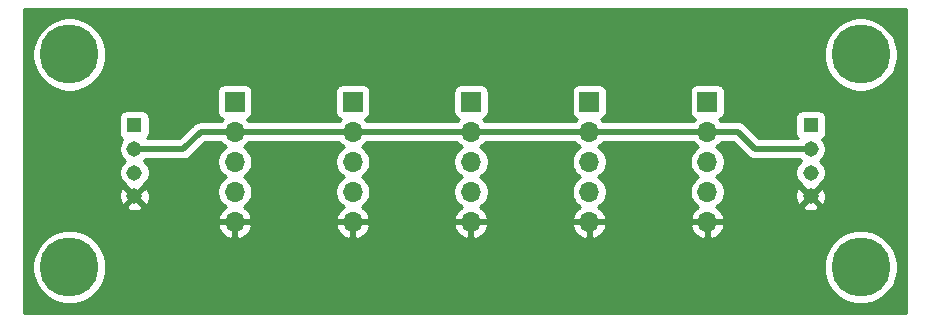
<source format=gbl>
G04 #@! TF.GenerationSoftware,KiCad,Pcbnew,(5.1.5)-3*
G04 #@! TF.CreationDate,2020-09-01T16:09:18+01:00*
G04 #@! TF.ProjectId,groveToPi,67726f76-6554-46f5-9069-2e6b69636164,1.1.0*
G04 #@! TF.SameCoordinates,Original*
G04 #@! TF.FileFunction,Copper,L2,Bot*
G04 #@! TF.FilePolarity,Positive*
%FSLAX46Y46*%
G04 Gerber Fmt 4.6, Leading zero omitted, Abs format (unit mm)*
G04 Created by KiCad (PCBNEW (5.1.5)-3) date 2020-09-01 16:09:18*
%MOMM*%
%LPD*%
G04 APERTURE LIST*
%ADD10R,1.308000X1.308000*%
%ADD11C,1.308000*%
%ADD12C,5.000000*%
%ADD13R,1.700000X1.700000*%
%ADD14O,1.700000X1.700000*%
%ADD15C,0.508000*%
%ADD16C,0.254000*%
G04 APERTURE END LIST*
D10*
X150750000Y-102000000D03*
D11*
X150750000Y-104000000D03*
X150750000Y-106000000D03*
X150750000Y-108000000D03*
X93500000Y-108000000D03*
X93500000Y-106000000D03*
X93500000Y-104000000D03*
D10*
X93500000Y-102000000D03*
D12*
X155000000Y-114000000D03*
X88000000Y-114000000D03*
X88000000Y-96000000D03*
X155000000Y-96000000D03*
D13*
X102000000Y-100000000D03*
D14*
X102000000Y-102540000D03*
X102000000Y-105080000D03*
X102000000Y-107620000D03*
X102000000Y-110160000D03*
X112000000Y-110160000D03*
X112000000Y-107620000D03*
X112000000Y-105080000D03*
X112000000Y-102540000D03*
D13*
X112000000Y-100000000D03*
X122000000Y-100000000D03*
D14*
X122000000Y-102540000D03*
X122000000Y-105080000D03*
X122000000Y-107620000D03*
X122000000Y-110160000D03*
X132000000Y-110160000D03*
X132000000Y-107620000D03*
X132000000Y-105080000D03*
X132000000Y-102540000D03*
D13*
X132000000Y-100000000D03*
X142000000Y-100000000D03*
D14*
X142000000Y-102540000D03*
X142000000Y-105080000D03*
X142000000Y-107620000D03*
X142000000Y-110160000D03*
D15*
X93500000Y-104000000D02*
X97650600Y-104000000D01*
X99110600Y-102540000D02*
X102000000Y-102540000D01*
X97650600Y-104000000D02*
X99110600Y-102540000D01*
X102000000Y-102540000D02*
X142000000Y-102540000D01*
X150750000Y-104000000D02*
X146052840Y-104000000D01*
X144592840Y-102540000D02*
X142000000Y-102540000D01*
X146052840Y-104000000D02*
X144592840Y-102540000D01*
D16*
G36*
X158873000Y-117873000D02*
G01*
X84127000Y-117873000D01*
X84127000Y-113691229D01*
X84865000Y-113691229D01*
X84865000Y-114308771D01*
X84985476Y-114914446D01*
X85221799Y-115484979D01*
X85564886Y-115998446D01*
X86001554Y-116435114D01*
X86515021Y-116778201D01*
X87085554Y-117014524D01*
X87691229Y-117135000D01*
X88308771Y-117135000D01*
X88914446Y-117014524D01*
X89484979Y-116778201D01*
X89998446Y-116435114D01*
X90435114Y-115998446D01*
X90778201Y-115484979D01*
X91014524Y-114914446D01*
X91135000Y-114308771D01*
X91135000Y-113691229D01*
X151865000Y-113691229D01*
X151865000Y-114308771D01*
X151985476Y-114914446D01*
X152221799Y-115484979D01*
X152564886Y-115998446D01*
X153001554Y-116435114D01*
X153515021Y-116778201D01*
X154085554Y-117014524D01*
X154691229Y-117135000D01*
X155308771Y-117135000D01*
X155914446Y-117014524D01*
X156484979Y-116778201D01*
X156998446Y-116435114D01*
X157435114Y-115998446D01*
X157778201Y-115484979D01*
X158014524Y-114914446D01*
X158135000Y-114308771D01*
X158135000Y-113691229D01*
X158014524Y-113085554D01*
X157778201Y-112515021D01*
X157435114Y-112001554D01*
X156998446Y-111564886D01*
X156484979Y-111221799D01*
X155914446Y-110985476D01*
X155308771Y-110865000D01*
X154691229Y-110865000D01*
X154085554Y-110985476D01*
X153515021Y-111221799D01*
X153001554Y-111564886D01*
X152564886Y-112001554D01*
X152221799Y-112515021D01*
X151985476Y-113085554D01*
X151865000Y-113691229D01*
X91135000Y-113691229D01*
X91014524Y-113085554D01*
X90778201Y-112515021D01*
X90435114Y-112001554D01*
X89998446Y-111564886D01*
X89484979Y-111221799D01*
X88914446Y-110985476D01*
X88308771Y-110865000D01*
X87691229Y-110865000D01*
X87085554Y-110985476D01*
X86515021Y-111221799D01*
X86001554Y-111564886D01*
X85564886Y-112001554D01*
X85221799Y-112515021D01*
X84985476Y-113085554D01*
X84865000Y-113691229D01*
X84127000Y-113691229D01*
X84127000Y-110516890D01*
X100558524Y-110516890D01*
X100603175Y-110664099D01*
X100728359Y-110926920D01*
X100902412Y-111160269D01*
X101118645Y-111355178D01*
X101368748Y-111504157D01*
X101643109Y-111601481D01*
X101873000Y-111480814D01*
X101873000Y-110287000D01*
X102127000Y-110287000D01*
X102127000Y-111480814D01*
X102356891Y-111601481D01*
X102631252Y-111504157D01*
X102881355Y-111355178D01*
X103097588Y-111160269D01*
X103271641Y-110926920D01*
X103396825Y-110664099D01*
X103441476Y-110516890D01*
X110558524Y-110516890D01*
X110603175Y-110664099D01*
X110728359Y-110926920D01*
X110902412Y-111160269D01*
X111118645Y-111355178D01*
X111368748Y-111504157D01*
X111643109Y-111601481D01*
X111873000Y-111480814D01*
X111873000Y-110287000D01*
X112127000Y-110287000D01*
X112127000Y-111480814D01*
X112356891Y-111601481D01*
X112631252Y-111504157D01*
X112881355Y-111355178D01*
X113097588Y-111160269D01*
X113271641Y-110926920D01*
X113396825Y-110664099D01*
X113441476Y-110516890D01*
X120558524Y-110516890D01*
X120603175Y-110664099D01*
X120728359Y-110926920D01*
X120902412Y-111160269D01*
X121118645Y-111355178D01*
X121368748Y-111504157D01*
X121643109Y-111601481D01*
X121873000Y-111480814D01*
X121873000Y-110287000D01*
X122127000Y-110287000D01*
X122127000Y-111480814D01*
X122356891Y-111601481D01*
X122631252Y-111504157D01*
X122881355Y-111355178D01*
X123097588Y-111160269D01*
X123271641Y-110926920D01*
X123396825Y-110664099D01*
X123441476Y-110516890D01*
X130558524Y-110516890D01*
X130603175Y-110664099D01*
X130728359Y-110926920D01*
X130902412Y-111160269D01*
X131118645Y-111355178D01*
X131368748Y-111504157D01*
X131643109Y-111601481D01*
X131873000Y-111480814D01*
X131873000Y-110287000D01*
X132127000Y-110287000D01*
X132127000Y-111480814D01*
X132356891Y-111601481D01*
X132631252Y-111504157D01*
X132881355Y-111355178D01*
X133097588Y-111160269D01*
X133271641Y-110926920D01*
X133396825Y-110664099D01*
X133441476Y-110516890D01*
X140558524Y-110516890D01*
X140603175Y-110664099D01*
X140728359Y-110926920D01*
X140902412Y-111160269D01*
X141118645Y-111355178D01*
X141368748Y-111504157D01*
X141643109Y-111601481D01*
X141873000Y-111480814D01*
X141873000Y-110287000D01*
X142127000Y-110287000D01*
X142127000Y-111480814D01*
X142356891Y-111601481D01*
X142631252Y-111504157D01*
X142881355Y-111355178D01*
X143097588Y-111160269D01*
X143271641Y-110926920D01*
X143396825Y-110664099D01*
X143441476Y-110516890D01*
X143320155Y-110287000D01*
X142127000Y-110287000D01*
X141873000Y-110287000D01*
X140679845Y-110287000D01*
X140558524Y-110516890D01*
X133441476Y-110516890D01*
X133320155Y-110287000D01*
X132127000Y-110287000D01*
X131873000Y-110287000D01*
X130679845Y-110287000D01*
X130558524Y-110516890D01*
X123441476Y-110516890D01*
X123320155Y-110287000D01*
X122127000Y-110287000D01*
X121873000Y-110287000D01*
X120679845Y-110287000D01*
X120558524Y-110516890D01*
X113441476Y-110516890D01*
X113320155Y-110287000D01*
X112127000Y-110287000D01*
X111873000Y-110287000D01*
X110679845Y-110287000D01*
X110558524Y-110516890D01*
X103441476Y-110516890D01*
X103320155Y-110287000D01*
X102127000Y-110287000D01*
X101873000Y-110287000D01*
X100679845Y-110287000D01*
X100558524Y-110516890D01*
X84127000Y-110516890D01*
X84127000Y-108888387D01*
X92791218Y-108888387D01*
X92845093Y-109117468D01*
X93075684Y-109223763D01*
X93322581Y-109283028D01*
X93576296Y-109292988D01*
X93827079Y-109253259D01*
X94065293Y-109165368D01*
X94154907Y-109117468D01*
X94208782Y-108888387D01*
X93500000Y-108179605D01*
X92791218Y-108888387D01*
X84127000Y-108888387D01*
X84127000Y-108076296D01*
X92207012Y-108076296D01*
X92246741Y-108327079D01*
X92334632Y-108565293D01*
X92382532Y-108654907D01*
X92611613Y-108708782D01*
X93320395Y-108000000D01*
X93679605Y-108000000D01*
X94388387Y-108708782D01*
X94617468Y-108654907D01*
X94723763Y-108424316D01*
X94783028Y-108177419D01*
X94792988Y-107923704D01*
X94753259Y-107672921D01*
X94665368Y-107434707D01*
X94617468Y-107345093D01*
X94388387Y-107291218D01*
X93679605Y-108000000D01*
X93320395Y-108000000D01*
X92611613Y-107291218D01*
X92382532Y-107345093D01*
X92276237Y-107575684D01*
X92216972Y-107822581D01*
X92207012Y-108076296D01*
X84127000Y-108076296D01*
X84127000Y-101346000D01*
X92207928Y-101346000D01*
X92207928Y-102654000D01*
X92220188Y-102778482D01*
X92256498Y-102898180D01*
X92315463Y-103008494D01*
X92394815Y-103105185D01*
X92491506Y-103184537D01*
X92493791Y-103185758D01*
X92357703Y-103389430D01*
X92260535Y-103624013D01*
X92211000Y-103873045D01*
X92211000Y-104126955D01*
X92260535Y-104375987D01*
X92357703Y-104610570D01*
X92498768Y-104821690D01*
X92677078Y-105000000D01*
X92498768Y-105178310D01*
X92357703Y-105389430D01*
X92260535Y-105624013D01*
X92211000Y-105873045D01*
X92211000Y-106126955D01*
X92260535Y-106375987D01*
X92357703Y-106610570D01*
X92498768Y-106821690D01*
X92678310Y-107001232D01*
X92798319Y-107081419D01*
X92791218Y-107111613D01*
X93500000Y-107820395D01*
X94208782Y-107111613D01*
X94201681Y-107081419D01*
X94321690Y-107001232D01*
X94501232Y-106821690D01*
X94642297Y-106610570D01*
X94739465Y-106375987D01*
X94789000Y-106126955D01*
X94789000Y-105873045D01*
X94739465Y-105624013D01*
X94642297Y-105389430D01*
X94501232Y-105178310D01*
X94322922Y-105000000D01*
X94433922Y-104889000D01*
X97606940Y-104889000D01*
X97650600Y-104893300D01*
X97694260Y-104889000D01*
X97694267Y-104889000D01*
X97824874Y-104876136D01*
X97992451Y-104825303D01*
X98146891Y-104742753D01*
X98282259Y-104631659D01*
X98310099Y-104597736D01*
X99478836Y-103429000D01*
X100808017Y-103429000D01*
X100846525Y-103486632D01*
X101053368Y-103693475D01*
X101227760Y-103810000D01*
X101053368Y-103926525D01*
X100846525Y-104133368D01*
X100684010Y-104376589D01*
X100572068Y-104646842D01*
X100515000Y-104933740D01*
X100515000Y-105226260D01*
X100572068Y-105513158D01*
X100684010Y-105783411D01*
X100846525Y-106026632D01*
X101053368Y-106233475D01*
X101227760Y-106350000D01*
X101053368Y-106466525D01*
X100846525Y-106673368D01*
X100684010Y-106916589D01*
X100572068Y-107186842D01*
X100515000Y-107473740D01*
X100515000Y-107766260D01*
X100572068Y-108053158D01*
X100684010Y-108323411D01*
X100846525Y-108566632D01*
X101053368Y-108773475D01*
X101235534Y-108895195D01*
X101118645Y-108964822D01*
X100902412Y-109159731D01*
X100728359Y-109393080D01*
X100603175Y-109655901D01*
X100558524Y-109803110D01*
X100679845Y-110033000D01*
X101873000Y-110033000D01*
X101873000Y-110013000D01*
X102127000Y-110013000D01*
X102127000Y-110033000D01*
X103320155Y-110033000D01*
X103441476Y-109803110D01*
X103396825Y-109655901D01*
X103271641Y-109393080D01*
X103097588Y-109159731D01*
X102881355Y-108964822D01*
X102764466Y-108895195D01*
X102946632Y-108773475D01*
X103153475Y-108566632D01*
X103315990Y-108323411D01*
X103427932Y-108053158D01*
X103485000Y-107766260D01*
X103485000Y-107473740D01*
X103427932Y-107186842D01*
X103315990Y-106916589D01*
X103153475Y-106673368D01*
X102946632Y-106466525D01*
X102772240Y-106350000D01*
X102946632Y-106233475D01*
X103153475Y-106026632D01*
X103315990Y-105783411D01*
X103427932Y-105513158D01*
X103485000Y-105226260D01*
X103485000Y-104933740D01*
X103427932Y-104646842D01*
X103315990Y-104376589D01*
X103153475Y-104133368D01*
X102946632Y-103926525D01*
X102772240Y-103810000D01*
X102946632Y-103693475D01*
X103153475Y-103486632D01*
X103191983Y-103429000D01*
X110808017Y-103429000D01*
X110846525Y-103486632D01*
X111053368Y-103693475D01*
X111227760Y-103810000D01*
X111053368Y-103926525D01*
X110846525Y-104133368D01*
X110684010Y-104376589D01*
X110572068Y-104646842D01*
X110515000Y-104933740D01*
X110515000Y-105226260D01*
X110572068Y-105513158D01*
X110684010Y-105783411D01*
X110846525Y-106026632D01*
X111053368Y-106233475D01*
X111227760Y-106350000D01*
X111053368Y-106466525D01*
X110846525Y-106673368D01*
X110684010Y-106916589D01*
X110572068Y-107186842D01*
X110515000Y-107473740D01*
X110515000Y-107766260D01*
X110572068Y-108053158D01*
X110684010Y-108323411D01*
X110846525Y-108566632D01*
X111053368Y-108773475D01*
X111235534Y-108895195D01*
X111118645Y-108964822D01*
X110902412Y-109159731D01*
X110728359Y-109393080D01*
X110603175Y-109655901D01*
X110558524Y-109803110D01*
X110679845Y-110033000D01*
X111873000Y-110033000D01*
X111873000Y-110013000D01*
X112127000Y-110013000D01*
X112127000Y-110033000D01*
X113320155Y-110033000D01*
X113441476Y-109803110D01*
X113396825Y-109655901D01*
X113271641Y-109393080D01*
X113097588Y-109159731D01*
X112881355Y-108964822D01*
X112764466Y-108895195D01*
X112946632Y-108773475D01*
X113153475Y-108566632D01*
X113315990Y-108323411D01*
X113427932Y-108053158D01*
X113485000Y-107766260D01*
X113485000Y-107473740D01*
X113427932Y-107186842D01*
X113315990Y-106916589D01*
X113153475Y-106673368D01*
X112946632Y-106466525D01*
X112772240Y-106350000D01*
X112946632Y-106233475D01*
X113153475Y-106026632D01*
X113315990Y-105783411D01*
X113427932Y-105513158D01*
X113485000Y-105226260D01*
X113485000Y-104933740D01*
X113427932Y-104646842D01*
X113315990Y-104376589D01*
X113153475Y-104133368D01*
X112946632Y-103926525D01*
X112772240Y-103810000D01*
X112946632Y-103693475D01*
X113153475Y-103486632D01*
X113191983Y-103429000D01*
X120808017Y-103429000D01*
X120846525Y-103486632D01*
X121053368Y-103693475D01*
X121227760Y-103810000D01*
X121053368Y-103926525D01*
X120846525Y-104133368D01*
X120684010Y-104376589D01*
X120572068Y-104646842D01*
X120515000Y-104933740D01*
X120515000Y-105226260D01*
X120572068Y-105513158D01*
X120684010Y-105783411D01*
X120846525Y-106026632D01*
X121053368Y-106233475D01*
X121227760Y-106350000D01*
X121053368Y-106466525D01*
X120846525Y-106673368D01*
X120684010Y-106916589D01*
X120572068Y-107186842D01*
X120515000Y-107473740D01*
X120515000Y-107766260D01*
X120572068Y-108053158D01*
X120684010Y-108323411D01*
X120846525Y-108566632D01*
X121053368Y-108773475D01*
X121235534Y-108895195D01*
X121118645Y-108964822D01*
X120902412Y-109159731D01*
X120728359Y-109393080D01*
X120603175Y-109655901D01*
X120558524Y-109803110D01*
X120679845Y-110033000D01*
X121873000Y-110033000D01*
X121873000Y-110013000D01*
X122127000Y-110013000D01*
X122127000Y-110033000D01*
X123320155Y-110033000D01*
X123441476Y-109803110D01*
X123396825Y-109655901D01*
X123271641Y-109393080D01*
X123097588Y-109159731D01*
X122881355Y-108964822D01*
X122764466Y-108895195D01*
X122946632Y-108773475D01*
X123153475Y-108566632D01*
X123315990Y-108323411D01*
X123427932Y-108053158D01*
X123485000Y-107766260D01*
X123485000Y-107473740D01*
X123427932Y-107186842D01*
X123315990Y-106916589D01*
X123153475Y-106673368D01*
X122946632Y-106466525D01*
X122772240Y-106350000D01*
X122946632Y-106233475D01*
X123153475Y-106026632D01*
X123315990Y-105783411D01*
X123427932Y-105513158D01*
X123485000Y-105226260D01*
X123485000Y-104933740D01*
X123427932Y-104646842D01*
X123315990Y-104376589D01*
X123153475Y-104133368D01*
X122946632Y-103926525D01*
X122772240Y-103810000D01*
X122946632Y-103693475D01*
X123153475Y-103486632D01*
X123191983Y-103429000D01*
X130808017Y-103429000D01*
X130846525Y-103486632D01*
X131053368Y-103693475D01*
X131227760Y-103810000D01*
X131053368Y-103926525D01*
X130846525Y-104133368D01*
X130684010Y-104376589D01*
X130572068Y-104646842D01*
X130515000Y-104933740D01*
X130515000Y-105226260D01*
X130572068Y-105513158D01*
X130684010Y-105783411D01*
X130846525Y-106026632D01*
X131053368Y-106233475D01*
X131227760Y-106350000D01*
X131053368Y-106466525D01*
X130846525Y-106673368D01*
X130684010Y-106916589D01*
X130572068Y-107186842D01*
X130515000Y-107473740D01*
X130515000Y-107766260D01*
X130572068Y-108053158D01*
X130684010Y-108323411D01*
X130846525Y-108566632D01*
X131053368Y-108773475D01*
X131235534Y-108895195D01*
X131118645Y-108964822D01*
X130902412Y-109159731D01*
X130728359Y-109393080D01*
X130603175Y-109655901D01*
X130558524Y-109803110D01*
X130679845Y-110033000D01*
X131873000Y-110033000D01*
X131873000Y-110013000D01*
X132127000Y-110013000D01*
X132127000Y-110033000D01*
X133320155Y-110033000D01*
X133441476Y-109803110D01*
X133396825Y-109655901D01*
X133271641Y-109393080D01*
X133097588Y-109159731D01*
X132881355Y-108964822D01*
X132764466Y-108895195D01*
X132946632Y-108773475D01*
X133153475Y-108566632D01*
X133315990Y-108323411D01*
X133427932Y-108053158D01*
X133485000Y-107766260D01*
X133485000Y-107473740D01*
X133427932Y-107186842D01*
X133315990Y-106916589D01*
X133153475Y-106673368D01*
X132946632Y-106466525D01*
X132772240Y-106350000D01*
X132946632Y-106233475D01*
X133153475Y-106026632D01*
X133315990Y-105783411D01*
X133427932Y-105513158D01*
X133485000Y-105226260D01*
X133485000Y-104933740D01*
X133427932Y-104646842D01*
X133315990Y-104376589D01*
X133153475Y-104133368D01*
X132946632Y-103926525D01*
X132772240Y-103810000D01*
X132946632Y-103693475D01*
X133153475Y-103486632D01*
X133191983Y-103429000D01*
X140808017Y-103429000D01*
X140846525Y-103486632D01*
X141053368Y-103693475D01*
X141227760Y-103810000D01*
X141053368Y-103926525D01*
X140846525Y-104133368D01*
X140684010Y-104376589D01*
X140572068Y-104646842D01*
X140515000Y-104933740D01*
X140515000Y-105226260D01*
X140572068Y-105513158D01*
X140684010Y-105783411D01*
X140846525Y-106026632D01*
X141053368Y-106233475D01*
X141227760Y-106350000D01*
X141053368Y-106466525D01*
X140846525Y-106673368D01*
X140684010Y-106916589D01*
X140572068Y-107186842D01*
X140515000Y-107473740D01*
X140515000Y-107766260D01*
X140572068Y-108053158D01*
X140684010Y-108323411D01*
X140846525Y-108566632D01*
X141053368Y-108773475D01*
X141235534Y-108895195D01*
X141118645Y-108964822D01*
X140902412Y-109159731D01*
X140728359Y-109393080D01*
X140603175Y-109655901D01*
X140558524Y-109803110D01*
X140679845Y-110033000D01*
X141873000Y-110033000D01*
X141873000Y-110013000D01*
X142127000Y-110013000D01*
X142127000Y-110033000D01*
X143320155Y-110033000D01*
X143441476Y-109803110D01*
X143396825Y-109655901D01*
X143271641Y-109393080D01*
X143097588Y-109159731D01*
X142881355Y-108964822D01*
X142764466Y-108895195D01*
X142774654Y-108888387D01*
X150041218Y-108888387D01*
X150095093Y-109117468D01*
X150325684Y-109223763D01*
X150572581Y-109283028D01*
X150826296Y-109292988D01*
X151077079Y-109253259D01*
X151315293Y-109165368D01*
X151404907Y-109117468D01*
X151458782Y-108888387D01*
X150750000Y-108179605D01*
X150041218Y-108888387D01*
X142774654Y-108888387D01*
X142946632Y-108773475D01*
X143153475Y-108566632D01*
X143315990Y-108323411D01*
X143418347Y-108076296D01*
X149457012Y-108076296D01*
X149496741Y-108327079D01*
X149584632Y-108565293D01*
X149632532Y-108654907D01*
X149861613Y-108708782D01*
X150570395Y-108000000D01*
X150929605Y-108000000D01*
X151638387Y-108708782D01*
X151867468Y-108654907D01*
X151973763Y-108424316D01*
X152033028Y-108177419D01*
X152042988Y-107923704D01*
X152003259Y-107672921D01*
X151915368Y-107434707D01*
X151867468Y-107345093D01*
X151638387Y-107291218D01*
X150929605Y-108000000D01*
X150570395Y-108000000D01*
X149861613Y-107291218D01*
X149632532Y-107345093D01*
X149526237Y-107575684D01*
X149466972Y-107822581D01*
X149457012Y-108076296D01*
X143418347Y-108076296D01*
X143427932Y-108053158D01*
X143485000Y-107766260D01*
X143485000Y-107473740D01*
X143427932Y-107186842D01*
X143315990Y-106916589D01*
X143153475Y-106673368D01*
X142946632Y-106466525D01*
X142772240Y-106350000D01*
X142946632Y-106233475D01*
X143153475Y-106026632D01*
X143315990Y-105783411D01*
X143427932Y-105513158D01*
X143485000Y-105226260D01*
X143485000Y-104933740D01*
X143427932Y-104646842D01*
X143315990Y-104376589D01*
X143153475Y-104133368D01*
X142946632Y-103926525D01*
X142772240Y-103810000D01*
X142946632Y-103693475D01*
X143153475Y-103486632D01*
X143191983Y-103429000D01*
X144224605Y-103429000D01*
X145393346Y-104597741D01*
X145421181Y-104631659D01*
X145556549Y-104742753D01*
X145589817Y-104760535D01*
X145704230Y-104821690D01*
X145710989Y-104825303D01*
X145805598Y-104854002D01*
X145878565Y-104876136D01*
X145895165Y-104877771D01*
X146009173Y-104889000D01*
X146009180Y-104889000D01*
X146052840Y-104893300D01*
X146096500Y-104889000D01*
X149816078Y-104889000D01*
X149927078Y-105000000D01*
X149748768Y-105178310D01*
X149607703Y-105389430D01*
X149510535Y-105624013D01*
X149461000Y-105873045D01*
X149461000Y-106126955D01*
X149510535Y-106375987D01*
X149607703Y-106610570D01*
X149748768Y-106821690D01*
X149928310Y-107001232D01*
X150048319Y-107081419D01*
X150041218Y-107111613D01*
X150750000Y-107820395D01*
X151458782Y-107111613D01*
X151451681Y-107081419D01*
X151571690Y-107001232D01*
X151751232Y-106821690D01*
X151892297Y-106610570D01*
X151989465Y-106375987D01*
X152039000Y-106126955D01*
X152039000Y-105873045D01*
X151989465Y-105624013D01*
X151892297Y-105389430D01*
X151751232Y-105178310D01*
X151572922Y-105000000D01*
X151751232Y-104821690D01*
X151892297Y-104610570D01*
X151989465Y-104375987D01*
X152039000Y-104126955D01*
X152039000Y-103873045D01*
X151989465Y-103624013D01*
X151892297Y-103389430D01*
X151756209Y-103185758D01*
X151758494Y-103184537D01*
X151855185Y-103105185D01*
X151934537Y-103008494D01*
X151993502Y-102898180D01*
X152029812Y-102778482D01*
X152042072Y-102654000D01*
X152042072Y-101346000D01*
X152029812Y-101221518D01*
X151993502Y-101101820D01*
X151934537Y-100991506D01*
X151855185Y-100894815D01*
X151758494Y-100815463D01*
X151648180Y-100756498D01*
X151528482Y-100720188D01*
X151404000Y-100707928D01*
X150096000Y-100707928D01*
X149971518Y-100720188D01*
X149851820Y-100756498D01*
X149741506Y-100815463D01*
X149644815Y-100894815D01*
X149565463Y-100991506D01*
X149506498Y-101101820D01*
X149470188Y-101221518D01*
X149457928Y-101346000D01*
X149457928Y-102654000D01*
X149470188Y-102778482D01*
X149506498Y-102898180D01*
X149565463Y-103008494D01*
X149644815Y-103105185D01*
X149651901Y-103111000D01*
X146421076Y-103111000D01*
X145252339Y-101942264D01*
X145224499Y-101908341D01*
X145089131Y-101797247D01*
X144934691Y-101714697D01*
X144767114Y-101663864D01*
X144636507Y-101651000D01*
X144636500Y-101651000D01*
X144592840Y-101646700D01*
X144549180Y-101651000D01*
X143191983Y-101651000D01*
X143153475Y-101593368D01*
X143021620Y-101461513D01*
X143094180Y-101439502D01*
X143204494Y-101380537D01*
X143301185Y-101301185D01*
X143380537Y-101204494D01*
X143439502Y-101094180D01*
X143475812Y-100974482D01*
X143488072Y-100850000D01*
X143488072Y-99150000D01*
X143475812Y-99025518D01*
X143439502Y-98905820D01*
X143380537Y-98795506D01*
X143301185Y-98698815D01*
X143204494Y-98619463D01*
X143094180Y-98560498D01*
X142974482Y-98524188D01*
X142850000Y-98511928D01*
X141150000Y-98511928D01*
X141025518Y-98524188D01*
X140905820Y-98560498D01*
X140795506Y-98619463D01*
X140698815Y-98698815D01*
X140619463Y-98795506D01*
X140560498Y-98905820D01*
X140524188Y-99025518D01*
X140511928Y-99150000D01*
X140511928Y-100850000D01*
X140524188Y-100974482D01*
X140560498Y-101094180D01*
X140619463Y-101204494D01*
X140698815Y-101301185D01*
X140795506Y-101380537D01*
X140905820Y-101439502D01*
X140978380Y-101461513D01*
X140846525Y-101593368D01*
X140808017Y-101651000D01*
X133191983Y-101651000D01*
X133153475Y-101593368D01*
X133021620Y-101461513D01*
X133094180Y-101439502D01*
X133204494Y-101380537D01*
X133301185Y-101301185D01*
X133380537Y-101204494D01*
X133439502Y-101094180D01*
X133475812Y-100974482D01*
X133488072Y-100850000D01*
X133488072Y-99150000D01*
X133475812Y-99025518D01*
X133439502Y-98905820D01*
X133380537Y-98795506D01*
X133301185Y-98698815D01*
X133204494Y-98619463D01*
X133094180Y-98560498D01*
X132974482Y-98524188D01*
X132850000Y-98511928D01*
X131150000Y-98511928D01*
X131025518Y-98524188D01*
X130905820Y-98560498D01*
X130795506Y-98619463D01*
X130698815Y-98698815D01*
X130619463Y-98795506D01*
X130560498Y-98905820D01*
X130524188Y-99025518D01*
X130511928Y-99150000D01*
X130511928Y-100850000D01*
X130524188Y-100974482D01*
X130560498Y-101094180D01*
X130619463Y-101204494D01*
X130698815Y-101301185D01*
X130795506Y-101380537D01*
X130905820Y-101439502D01*
X130978380Y-101461513D01*
X130846525Y-101593368D01*
X130808017Y-101651000D01*
X123191983Y-101651000D01*
X123153475Y-101593368D01*
X123021620Y-101461513D01*
X123094180Y-101439502D01*
X123204494Y-101380537D01*
X123301185Y-101301185D01*
X123380537Y-101204494D01*
X123439502Y-101094180D01*
X123475812Y-100974482D01*
X123488072Y-100850000D01*
X123488072Y-99150000D01*
X123475812Y-99025518D01*
X123439502Y-98905820D01*
X123380537Y-98795506D01*
X123301185Y-98698815D01*
X123204494Y-98619463D01*
X123094180Y-98560498D01*
X122974482Y-98524188D01*
X122850000Y-98511928D01*
X121150000Y-98511928D01*
X121025518Y-98524188D01*
X120905820Y-98560498D01*
X120795506Y-98619463D01*
X120698815Y-98698815D01*
X120619463Y-98795506D01*
X120560498Y-98905820D01*
X120524188Y-99025518D01*
X120511928Y-99150000D01*
X120511928Y-100850000D01*
X120524188Y-100974482D01*
X120560498Y-101094180D01*
X120619463Y-101204494D01*
X120698815Y-101301185D01*
X120795506Y-101380537D01*
X120905820Y-101439502D01*
X120978380Y-101461513D01*
X120846525Y-101593368D01*
X120808017Y-101651000D01*
X113191983Y-101651000D01*
X113153475Y-101593368D01*
X113021620Y-101461513D01*
X113094180Y-101439502D01*
X113204494Y-101380537D01*
X113301185Y-101301185D01*
X113380537Y-101204494D01*
X113439502Y-101094180D01*
X113475812Y-100974482D01*
X113488072Y-100850000D01*
X113488072Y-99150000D01*
X113475812Y-99025518D01*
X113439502Y-98905820D01*
X113380537Y-98795506D01*
X113301185Y-98698815D01*
X113204494Y-98619463D01*
X113094180Y-98560498D01*
X112974482Y-98524188D01*
X112850000Y-98511928D01*
X111150000Y-98511928D01*
X111025518Y-98524188D01*
X110905820Y-98560498D01*
X110795506Y-98619463D01*
X110698815Y-98698815D01*
X110619463Y-98795506D01*
X110560498Y-98905820D01*
X110524188Y-99025518D01*
X110511928Y-99150000D01*
X110511928Y-100850000D01*
X110524188Y-100974482D01*
X110560498Y-101094180D01*
X110619463Y-101204494D01*
X110698815Y-101301185D01*
X110795506Y-101380537D01*
X110905820Y-101439502D01*
X110978380Y-101461513D01*
X110846525Y-101593368D01*
X110808017Y-101651000D01*
X103191983Y-101651000D01*
X103153475Y-101593368D01*
X103021620Y-101461513D01*
X103094180Y-101439502D01*
X103204494Y-101380537D01*
X103301185Y-101301185D01*
X103380537Y-101204494D01*
X103439502Y-101094180D01*
X103475812Y-100974482D01*
X103488072Y-100850000D01*
X103488072Y-99150000D01*
X103475812Y-99025518D01*
X103439502Y-98905820D01*
X103380537Y-98795506D01*
X103301185Y-98698815D01*
X103204494Y-98619463D01*
X103094180Y-98560498D01*
X102974482Y-98524188D01*
X102850000Y-98511928D01*
X101150000Y-98511928D01*
X101025518Y-98524188D01*
X100905820Y-98560498D01*
X100795506Y-98619463D01*
X100698815Y-98698815D01*
X100619463Y-98795506D01*
X100560498Y-98905820D01*
X100524188Y-99025518D01*
X100511928Y-99150000D01*
X100511928Y-100850000D01*
X100524188Y-100974482D01*
X100560498Y-101094180D01*
X100619463Y-101204494D01*
X100698815Y-101301185D01*
X100795506Y-101380537D01*
X100905820Y-101439502D01*
X100978380Y-101461513D01*
X100846525Y-101593368D01*
X100808017Y-101651000D01*
X99154260Y-101651000D01*
X99110600Y-101646700D01*
X99066940Y-101651000D01*
X99066933Y-101651000D01*
X98952925Y-101662229D01*
X98936325Y-101663864D01*
X98863358Y-101685998D01*
X98768749Y-101714697D01*
X98614309Y-101797247D01*
X98478941Y-101908341D01*
X98451106Y-101942259D01*
X97282365Y-103111000D01*
X94598099Y-103111000D01*
X94605185Y-103105185D01*
X94684537Y-103008494D01*
X94743502Y-102898180D01*
X94779812Y-102778482D01*
X94792072Y-102654000D01*
X94792072Y-101346000D01*
X94779812Y-101221518D01*
X94743502Y-101101820D01*
X94684537Y-100991506D01*
X94605185Y-100894815D01*
X94508494Y-100815463D01*
X94398180Y-100756498D01*
X94278482Y-100720188D01*
X94154000Y-100707928D01*
X92846000Y-100707928D01*
X92721518Y-100720188D01*
X92601820Y-100756498D01*
X92491506Y-100815463D01*
X92394815Y-100894815D01*
X92315463Y-100991506D01*
X92256498Y-101101820D01*
X92220188Y-101221518D01*
X92207928Y-101346000D01*
X84127000Y-101346000D01*
X84127000Y-95691229D01*
X84865000Y-95691229D01*
X84865000Y-96308771D01*
X84985476Y-96914446D01*
X85221799Y-97484979D01*
X85564886Y-97998446D01*
X86001554Y-98435114D01*
X86515021Y-98778201D01*
X87085554Y-99014524D01*
X87691229Y-99135000D01*
X88308771Y-99135000D01*
X88914446Y-99014524D01*
X89484979Y-98778201D01*
X89998446Y-98435114D01*
X90435114Y-97998446D01*
X90778201Y-97484979D01*
X91014524Y-96914446D01*
X91135000Y-96308771D01*
X91135000Y-95691229D01*
X151865000Y-95691229D01*
X151865000Y-96308771D01*
X151985476Y-96914446D01*
X152221799Y-97484979D01*
X152564886Y-97998446D01*
X153001554Y-98435114D01*
X153515021Y-98778201D01*
X154085554Y-99014524D01*
X154691229Y-99135000D01*
X155308771Y-99135000D01*
X155914446Y-99014524D01*
X156484979Y-98778201D01*
X156998446Y-98435114D01*
X157435114Y-97998446D01*
X157778201Y-97484979D01*
X158014524Y-96914446D01*
X158135000Y-96308771D01*
X158135000Y-95691229D01*
X158014524Y-95085554D01*
X157778201Y-94515021D01*
X157435114Y-94001554D01*
X156998446Y-93564886D01*
X156484979Y-93221799D01*
X155914446Y-92985476D01*
X155308771Y-92865000D01*
X154691229Y-92865000D01*
X154085554Y-92985476D01*
X153515021Y-93221799D01*
X153001554Y-93564886D01*
X152564886Y-94001554D01*
X152221799Y-94515021D01*
X151985476Y-95085554D01*
X151865000Y-95691229D01*
X91135000Y-95691229D01*
X91014524Y-95085554D01*
X90778201Y-94515021D01*
X90435114Y-94001554D01*
X89998446Y-93564886D01*
X89484979Y-93221799D01*
X88914446Y-92985476D01*
X88308771Y-92865000D01*
X87691229Y-92865000D01*
X87085554Y-92985476D01*
X86515021Y-93221799D01*
X86001554Y-93564886D01*
X85564886Y-94001554D01*
X85221799Y-94515021D01*
X84985476Y-95085554D01*
X84865000Y-95691229D01*
X84127000Y-95691229D01*
X84127000Y-92127000D01*
X158873000Y-92127000D01*
X158873000Y-117873000D01*
G37*
X158873000Y-117873000D02*
X84127000Y-117873000D01*
X84127000Y-113691229D01*
X84865000Y-113691229D01*
X84865000Y-114308771D01*
X84985476Y-114914446D01*
X85221799Y-115484979D01*
X85564886Y-115998446D01*
X86001554Y-116435114D01*
X86515021Y-116778201D01*
X87085554Y-117014524D01*
X87691229Y-117135000D01*
X88308771Y-117135000D01*
X88914446Y-117014524D01*
X89484979Y-116778201D01*
X89998446Y-116435114D01*
X90435114Y-115998446D01*
X90778201Y-115484979D01*
X91014524Y-114914446D01*
X91135000Y-114308771D01*
X91135000Y-113691229D01*
X151865000Y-113691229D01*
X151865000Y-114308771D01*
X151985476Y-114914446D01*
X152221799Y-115484979D01*
X152564886Y-115998446D01*
X153001554Y-116435114D01*
X153515021Y-116778201D01*
X154085554Y-117014524D01*
X154691229Y-117135000D01*
X155308771Y-117135000D01*
X155914446Y-117014524D01*
X156484979Y-116778201D01*
X156998446Y-116435114D01*
X157435114Y-115998446D01*
X157778201Y-115484979D01*
X158014524Y-114914446D01*
X158135000Y-114308771D01*
X158135000Y-113691229D01*
X158014524Y-113085554D01*
X157778201Y-112515021D01*
X157435114Y-112001554D01*
X156998446Y-111564886D01*
X156484979Y-111221799D01*
X155914446Y-110985476D01*
X155308771Y-110865000D01*
X154691229Y-110865000D01*
X154085554Y-110985476D01*
X153515021Y-111221799D01*
X153001554Y-111564886D01*
X152564886Y-112001554D01*
X152221799Y-112515021D01*
X151985476Y-113085554D01*
X151865000Y-113691229D01*
X91135000Y-113691229D01*
X91014524Y-113085554D01*
X90778201Y-112515021D01*
X90435114Y-112001554D01*
X89998446Y-111564886D01*
X89484979Y-111221799D01*
X88914446Y-110985476D01*
X88308771Y-110865000D01*
X87691229Y-110865000D01*
X87085554Y-110985476D01*
X86515021Y-111221799D01*
X86001554Y-111564886D01*
X85564886Y-112001554D01*
X85221799Y-112515021D01*
X84985476Y-113085554D01*
X84865000Y-113691229D01*
X84127000Y-113691229D01*
X84127000Y-110516890D01*
X100558524Y-110516890D01*
X100603175Y-110664099D01*
X100728359Y-110926920D01*
X100902412Y-111160269D01*
X101118645Y-111355178D01*
X101368748Y-111504157D01*
X101643109Y-111601481D01*
X101873000Y-111480814D01*
X101873000Y-110287000D01*
X102127000Y-110287000D01*
X102127000Y-111480814D01*
X102356891Y-111601481D01*
X102631252Y-111504157D01*
X102881355Y-111355178D01*
X103097588Y-111160269D01*
X103271641Y-110926920D01*
X103396825Y-110664099D01*
X103441476Y-110516890D01*
X110558524Y-110516890D01*
X110603175Y-110664099D01*
X110728359Y-110926920D01*
X110902412Y-111160269D01*
X111118645Y-111355178D01*
X111368748Y-111504157D01*
X111643109Y-111601481D01*
X111873000Y-111480814D01*
X111873000Y-110287000D01*
X112127000Y-110287000D01*
X112127000Y-111480814D01*
X112356891Y-111601481D01*
X112631252Y-111504157D01*
X112881355Y-111355178D01*
X113097588Y-111160269D01*
X113271641Y-110926920D01*
X113396825Y-110664099D01*
X113441476Y-110516890D01*
X120558524Y-110516890D01*
X120603175Y-110664099D01*
X120728359Y-110926920D01*
X120902412Y-111160269D01*
X121118645Y-111355178D01*
X121368748Y-111504157D01*
X121643109Y-111601481D01*
X121873000Y-111480814D01*
X121873000Y-110287000D01*
X122127000Y-110287000D01*
X122127000Y-111480814D01*
X122356891Y-111601481D01*
X122631252Y-111504157D01*
X122881355Y-111355178D01*
X123097588Y-111160269D01*
X123271641Y-110926920D01*
X123396825Y-110664099D01*
X123441476Y-110516890D01*
X130558524Y-110516890D01*
X130603175Y-110664099D01*
X130728359Y-110926920D01*
X130902412Y-111160269D01*
X131118645Y-111355178D01*
X131368748Y-111504157D01*
X131643109Y-111601481D01*
X131873000Y-111480814D01*
X131873000Y-110287000D01*
X132127000Y-110287000D01*
X132127000Y-111480814D01*
X132356891Y-111601481D01*
X132631252Y-111504157D01*
X132881355Y-111355178D01*
X133097588Y-111160269D01*
X133271641Y-110926920D01*
X133396825Y-110664099D01*
X133441476Y-110516890D01*
X140558524Y-110516890D01*
X140603175Y-110664099D01*
X140728359Y-110926920D01*
X140902412Y-111160269D01*
X141118645Y-111355178D01*
X141368748Y-111504157D01*
X141643109Y-111601481D01*
X141873000Y-111480814D01*
X141873000Y-110287000D01*
X142127000Y-110287000D01*
X142127000Y-111480814D01*
X142356891Y-111601481D01*
X142631252Y-111504157D01*
X142881355Y-111355178D01*
X143097588Y-111160269D01*
X143271641Y-110926920D01*
X143396825Y-110664099D01*
X143441476Y-110516890D01*
X143320155Y-110287000D01*
X142127000Y-110287000D01*
X141873000Y-110287000D01*
X140679845Y-110287000D01*
X140558524Y-110516890D01*
X133441476Y-110516890D01*
X133320155Y-110287000D01*
X132127000Y-110287000D01*
X131873000Y-110287000D01*
X130679845Y-110287000D01*
X130558524Y-110516890D01*
X123441476Y-110516890D01*
X123320155Y-110287000D01*
X122127000Y-110287000D01*
X121873000Y-110287000D01*
X120679845Y-110287000D01*
X120558524Y-110516890D01*
X113441476Y-110516890D01*
X113320155Y-110287000D01*
X112127000Y-110287000D01*
X111873000Y-110287000D01*
X110679845Y-110287000D01*
X110558524Y-110516890D01*
X103441476Y-110516890D01*
X103320155Y-110287000D01*
X102127000Y-110287000D01*
X101873000Y-110287000D01*
X100679845Y-110287000D01*
X100558524Y-110516890D01*
X84127000Y-110516890D01*
X84127000Y-108888387D01*
X92791218Y-108888387D01*
X92845093Y-109117468D01*
X93075684Y-109223763D01*
X93322581Y-109283028D01*
X93576296Y-109292988D01*
X93827079Y-109253259D01*
X94065293Y-109165368D01*
X94154907Y-109117468D01*
X94208782Y-108888387D01*
X93500000Y-108179605D01*
X92791218Y-108888387D01*
X84127000Y-108888387D01*
X84127000Y-108076296D01*
X92207012Y-108076296D01*
X92246741Y-108327079D01*
X92334632Y-108565293D01*
X92382532Y-108654907D01*
X92611613Y-108708782D01*
X93320395Y-108000000D01*
X93679605Y-108000000D01*
X94388387Y-108708782D01*
X94617468Y-108654907D01*
X94723763Y-108424316D01*
X94783028Y-108177419D01*
X94792988Y-107923704D01*
X94753259Y-107672921D01*
X94665368Y-107434707D01*
X94617468Y-107345093D01*
X94388387Y-107291218D01*
X93679605Y-108000000D01*
X93320395Y-108000000D01*
X92611613Y-107291218D01*
X92382532Y-107345093D01*
X92276237Y-107575684D01*
X92216972Y-107822581D01*
X92207012Y-108076296D01*
X84127000Y-108076296D01*
X84127000Y-101346000D01*
X92207928Y-101346000D01*
X92207928Y-102654000D01*
X92220188Y-102778482D01*
X92256498Y-102898180D01*
X92315463Y-103008494D01*
X92394815Y-103105185D01*
X92491506Y-103184537D01*
X92493791Y-103185758D01*
X92357703Y-103389430D01*
X92260535Y-103624013D01*
X92211000Y-103873045D01*
X92211000Y-104126955D01*
X92260535Y-104375987D01*
X92357703Y-104610570D01*
X92498768Y-104821690D01*
X92677078Y-105000000D01*
X92498768Y-105178310D01*
X92357703Y-105389430D01*
X92260535Y-105624013D01*
X92211000Y-105873045D01*
X92211000Y-106126955D01*
X92260535Y-106375987D01*
X92357703Y-106610570D01*
X92498768Y-106821690D01*
X92678310Y-107001232D01*
X92798319Y-107081419D01*
X92791218Y-107111613D01*
X93500000Y-107820395D01*
X94208782Y-107111613D01*
X94201681Y-107081419D01*
X94321690Y-107001232D01*
X94501232Y-106821690D01*
X94642297Y-106610570D01*
X94739465Y-106375987D01*
X94789000Y-106126955D01*
X94789000Y-105873045D01*
X94739465Y-105624013D01*
X94642297Y-105389430D01*
X94501232Y-105178310D01*
X94322922Y-105000000D01*
X94433922Y-104889000D01*
X97606940Y-104889000D01*
X97650600Y-104893300D01*
X97694260Y-104889000D01*
X97694267Y-104889000D01*
X97824874Y-104876136D01*
X97992451Y-104825303D01*
X98146891Y-104742753D01*
X98282259Y-104631659D01*
X98310099Y-104597736D01*
X99478836Y-103429000D01*
X100808017Y-103429000D01*
X100846525Y-103486632D01*
X101053368Y-103693475D01*
X101227760Y-103810000D01*
X101053368Y-103926525D01*
X100846525Y-104133368D01*
X100684010Y-104376589D01*
X100572068Y-104646842D01*
X100515000Y-104933740D01*
X100515000Y-105226260D01*
X100572068Y-105513158D01*
X100684010Y-105783411D01*
X100846525Y-106026632D01*
X101053368Y-106233475D01*
X101227760Y-106350000D01*
X101053368Y-106466525D01*
X100846525Y-106673368D01*
X100684010Y-106916589D01*
X100572068Y-107186842D01*
X100515000Y-107473740D01*
X100515000Y-107766260D01*
X100572068Y-108053158D01*
X100684010Y-108323411D01*
X100846525Y-108566632D01*
X101053368Y-108773475D01*
X101235534Y-108895195D01*
X101118645Y-108964822D01*
X100902412Y-109159731D01*
X100728359Y-109393080D01*
X100603175Y-109655901D01*
X100558524Y-109803110D01*
X100679845Y-110033000D01*
X101873000Y-110033000D01*
X101873000Y-110013000D01*
X102127000Y-110013000D01*
X102127000Y-110033000D01*
X103320155Y-110033000D01*
X103441476Y-109803110D01*
X103396825Y-109655901D01*
X103271641Y-109393080D01*
X103097588Y-109159731D01*
X102881355Y-108964822D01*
X102764466Y-108895195D01*
X102946632Y-108773475D01*
X103153475Y-108566632D01*
X103315990Y-108323411D01*
X103427932Y-108053158D01*
X103485000Y-107766260D01*
X103485000Y-107473740D01*
X103427932Y-107186842D01*
X103315990Y-106916589D01*
X103153475Y-106673368D01*
X102946632Y-106466525D01*
X102772240Y-106350000D01*
X102946632Y-106233475D01*
X103153475Y-106026632D01*
X103315990Y-105783411D01*
X103427932Y-105513158D01*
X103485000Y-105226260D01*
X103485000Y-104933740D01*
X103427932Y-104646842D01*
X103315990Y-104376589D01*
X103153475Y-104133368D01*
X102946632Y-103926525D01*
X102772240Y-103810000D01*
X102946632Y-103693475D01*
X103153475Y-103486632D01*
X103191983Y-103429000D01*
X110808017Y-103429000D01*
X110846525Y-103486632D01*
X111053368Y-103693475D01*
X111227760Y-103810000D01*
X111053368Y-103926525D01*
X110846525Y-104133368D01*
X110684010Y-104376589D01*
X110572068Y-104646842D01*
X110515000Y-104933740D01*
X110515000Y-105226260D01*
X110572068Y-105513158D01*
X110684010Y-105783411D01*
X110846525Y-106026632D01*
X111053368Y-106233475D01*
X111227760Y-106350000D01*
X111053368Y-106466525D01*
X110846525Y-106673368D01*
X110684010Y-106916589D01*
X110572068Y-107186842D01*
X110515000Y-107473740D01*
X110515000Y-107766260D01*
X110572068Y-108053158D01*
X110684010Y-108323411D01*
X110846525Y-108566632D01*
X111053368Y-108773475D01*
X111235534Y-108895195D01*
X111118645Y-108964822D01*
X110902412Y-109159731D01*
X110728359Y-109393080D01*
X110603175Y-109655901D01*
X110558524Y-109803110D01*
X110679845Y-110033000D01*
X111873000Y-110033000D01*
X111873000Y-110013000D01*
X112127000Y-110013000D01*
X112127000Y-110033000D01*
X113320155Y-110033000D01*
X113441476Y-109803110D01*
X113396825Y-109655901D01*
X113271641Y-109393080D01*
X113097588Y-109159731D01*
X112881355Y-108964822D01*
X112764466Y-108895195D01*
X112946632Y-108773475D01*
X113153475Y-108566632D01*
X113315990Y-108323411D01*
X113427932Y-108053158D01*
X113485000Y-107766260D01*
X113485000Y-107473740D01*
X113427932Y-107186842D01*
X113315990Y-106916589D01*
X113153475Y-106673368D01*
X112946632Y-106466525D01*
X112772240Y-106350000D01*
X112946632Y-106233475D01*
X113153475Y-106026632D01*
X113315990Y-105783411D01*
X113427932Y-105513158D01*
X113485000Y-105226260D01*
X113485000Y-104933740D01*
X113427932Y-104646842D01*
X113315990Y-104376589D01*
X113153475Y-104133368D01*
X112946632Y-103926525D01*
X112772240Y-103810000D01*
X112946632Y-103693475D01*
X113153475Y-103486632D01*
X113191983Y-103429000D01*
X120808017Y-103429000D01*
X120846525Y-103486632D01*
X121053368Y-103693475D01*
X121227760Y-103810000D01*
X121053368Y-103926525D01*
X120846525Y-104133368D01*
X120684010Y-104376589D01*
X120572068Y-104646842D01*
X120515000Y-104933740D01*
X120515000Y-105226260D01*
X120572068Y-105513158D01*
X120684010Y-105783411D01*
X120846525Y-106026632D01*
X121053368Y-106233475D01*
X121227760Y-106350000D01*
X121053368Y-106466525D01*
X120846525Y-106673368D01*
X120684010Y-106916589D01*
X120572068Y-107186842D01*
X120515000Y-107473740D01*
X120515000Y-107766260D01*
X120572068Y-108053158D01*
X120684010Y-108323411D01*
X120846525Y-108566632D01*
X121053368Y-108773475D01*
X121235534Y-108895195D01*
X121118645Y-108964822D01*
X120902412Y-109159731D01*
X120728359Y-109393080D01*
X120603175Y-109655901D01*
X120558524Y-109803110D01*
X120679845Y-110033000D01*
X121873000Y-110033000D01*
X121873000Y-110013000D01*
X122127000Y-110013000D01*
X122127000Y-110033000D01*
X123320155Y-110033000D01*
X123441476Y-109803110D01*
X123396825Y-109655901D01*
X123271641Y-109393080D01*
X123097588Y-109159731D01*
X122881355Y-108964822D01*
X122764466Y-108895195D01*
X122946632Y-108773475D01*
X123153475Y-108566632D01*
X123315990Y-108323411D01*
X123427932Y-108053158D01*
X123485000Y-107766260D01*
X123485000Y-107473740D01*
X123427932Y-107186842D01*
X123315990Y-106916589D01*
X123153475Y-106673368D01*
X122946632Y-106466525D01*
X122772240Y-106350000D01*
X122946632Y-106233475D01*
X123153475Y-106026632D01*
X123315990Y-105783411D01*
X123427932Y-105513158D01*
X123485000Y-105226260D01*
X123485000Y-104933740D01*
X123427932Y-104646842D01*
X123315990Y-104376589D01*
X123153475Y-104133368D01*
X122946632Y-103926525D01*
X122772240Y-103810000D01*
X122946632Y-103693475D01*
X123153475Y-103486632D01*
X123191983Y-103429000D01*
X130808017Y-103429000D01*
X130846525Y-103486632D01*
X131053368Y-103693475D01*
X131227760Y-103810000D01*
X131053368Y-103926525D01*
X130846525Y-104133368D01*
X130684010Y-104376589D01*
X130572068Y-104646842D01*
X130515000Y-104933740D01*
X130515000Y-105226260D01*
X130572068Y-105513158D01*
X130684010Y-105783411D01*
X130846525Y-106026632D01*
X131053368Y-106233475D01*
X131227760Y-106350000D01*
X131053368Y-106466525D01*
X130846525Y-106673368D01*
X130684010Y-106916589D01*
X130572068Y-107186842D01*
X130515000Y-107473740D01*
X130515000Y-107766260D01*
X130572068Y-108053158D01*
X130684010Y-108323411D01*
X130846525Y-108566632D01*
X131053368Y-108773475D01*
X131235534Y-108895195D01*
X131118645Y-108964822D01*
X130902412Y-109159731D01*
X130728359Y-109393080D01*
X130603175Y-109655901D01*
X130558524Y-109803110D01*
X130679845Y-110033000D01*
X131873000Y-110033000D01*
X131873000Y-110013000D01*
X132127000Y-110013000D01*
X132127000Y-110033000D01*
X133320155Y-110033000D01*
X133441476Y-109803110D01*
X133396825Y-109655901D01*
X133271641Y-109393080D01*
X133097588Y-109159731D01*
X132881355Y-108964822D01*
X132764466Y-108895195D01*
X132946632Y-108773475D01*
X133153475Y-108566632D01*
X133315990Y-108323411D01*
X133427932Y-108053158D01*
X133485000Y-107766260D01*
X133485000Y-107473740D01*
X133427932Y-107186842D01*
X133315990Y-106916589D01*
X133153475Y-106673368D01*
X132946632Y-106466525D01*
X132772240Y-106350000D01*
X132946632Y-106233475D01*
X133153475Y-106026632D01*
X133315990Y-105783411D01*
X133427932Y-105513158D01*
X133485000Y-105226260D01*
X133485000Y-104933740D01*
X133427932Y-104646842D01*
X133315990Y-104376589D01*
X133153475Y-104133368D01*
X132946632Y-103926525D01*
X132772240Y-103810000D01*
X132946632Y-103693475D01*
X133153475Y-103486632D01*
X133191983Y-103429000D01*
X140808017Y-103429000D01*
X140846525Y-103486632D01*
X141053368Y-103693475D01*
X141227760Y-103810000D01*
X141053368Y-103926525D01*
X140846525Y-104133368D01*
X140684010Y-104376589D01*
X140572068Y-104646842D01*
X140515000Y-104933740D01*
X140515000Y-105226260D01*
X140572068Y-105513158D01*
X140684010Y-105783411D01*
X140846525Y-106026632D01*
X141053368Y-106233475D01*
X141227760Y-106350000D01*
X141053368Y-106466525D01*
X140846525Y-106673368D01*
X140684010Y-106916589D01*
X140572068Y-107186842D01*
X140515000Y-107473740D01*
X140515000Y-107766260D01*
X140572068Y-108053158D01*
X140684010Y-108323411D01*
X140846525Y-108566632D01*
X141053368Y-108773475D01*
X141235534Y-108895195D01*
X141118645Y-108964822D01*
X140902412Y-109159731D01*
X140728359Y-109393080D01*
X140603175Y-109655901D01*
X140558524Y-109803110D01*
X140679845Y-110033000D01*
X141873000Y-110033000D01*
X141873000Y-110013000D01*
X142127000Y-110013000D01*
X142127000Y-110033000D01*
X143320155Y-110033000D01*
X143441476Y-109803110D01*
X143396825Y-109655901D01*
X143271641Y-109393080D01*
X143097588Y-109159731D01*
X142881355Y-108964822D01*
X142764466Y-108895195D01*
X142774654Y-108888387D01*
X150041218Y-108888387D01*
X150095093Y-109117468D01*
X150325684Y-109223763D01*
X150572581Y-109283028D01*
X150826296Y-109292988D01*
X151077079Y-109253259D01*
X151315293Y-109165368D01*
X151404907Y-109117468D01*
X151458782Y-108888387D01*
X150750000Y-108179605D01*
X150041218Y-108888387D01*
X142774654Y-108888387D01*
X142946632Y-108773475D01*
X143153475Y-108566632D01*
X143315990Y-108323411D01*
X143418347Y-108076296D01*
X149457012Y-108076296D01*
X149496741Y-108327079D01*
X149584632Y-108565293D01*
X149632532Y-108654907D01*
X149861613Y-108708782D01*
X150570395Y-108000000D01*
X150929605Y-108000000D01*
X151638387Y-108708782D01*
X151867468Y-108654907D01*
X151973763Y-108424316D01*
X152033028Y-108177419D01*
X152042988Y-107923704D01*
X152003259Y-107672921D01*
X151915368Y-107434707D01*
X151867468Y-107345093D01*
X151638387Y-107291218D01*
X150929605Y-108000000D01*
X150570395Y-108000000D01*
X149861613Y-107291218D01*
X149632532Y-107345093D01*
X149526237Y-107575684D01*
X149466972Y-107822581D01*
X149457012Y-108076296D01*
X143418347Y-108076296D01*
X143427932Y-108053158D01*
X143485000Y-107766260D01*
X143485000Y-107473740D01*
X143427932Y-107186842D01*
X143315990Y-106916589D01*
X143153475Y-106673368D01*
X142946632Y-106466525D01*
X142772240Y-106350000D01*
X142946632Y-106233475D01*
X143153475Y-106026632D01*
X143315990Y-105783411D01*
X143427932Y-105513158D01*
X143485000Y-105226260D01*
X143485000Y-104933740D01*
X143427932Y-104646842D01*
X143315990Y-104376589D01*
X143153475Y-104133368D01*
X142946632Y-103926525D01*
X142772240Y-103810000D01*
X142946632Y-103693475D01*
X143153475Y-103486632D01*
X143191983Y-103429000D01*
X144224605Y-103429000D01*
X145393346Y-104597741D01*
X145421181Y-104631659D01*
X145556549Y-104742753D01*
X145589817Y-104760535D01*
X145704230Y-104821690D01*
X145710989Y-104825303D01*
X145805598Y-104854002D01*
X145878565Y-104876136D01*
X145895165Y-104877771D01*
X146009173Y-104889000D01*
X146009180Y-104889000D01*
X146052840Y-104893300D01*
X146096500Y-104889000D01*
X149816078Y-104889000D01*
X149927078Y-105000000D01*
X149748768Y-105178310D01*
X149607703Y-105389430D01*
X149510535Y-105624013D01*
X149461000Y-105873045D01*
X149461000Y-106126955D01*
X149510535Y-106375987D01*
X149607703Y-106610570D01*
X149748768Y-106821690D01*
X149928310Y-107001232D01*
X150048319Y-107081419D01*
X150041218Y-107111613D01*
X150750000Y-107820395D01*
X151458782Y-107111613D01*
X151451681Y-107081419D01*
X151571690Y-107001232D01*
X151751232Y-106821690D01*
X151892297Y-106610570D01*
X151989465Y-106375987D01*
X152039000Y-106126955D01*
X152039000Y-105873045D01*
X151989465Y-105624013D01*
X151892297Y-105389430D01*
X151751232Y-105178310D01*
X151572922Y-105000000D01*
X151751232Y-104821690D01*
X151892297Y-104610570D01*
X151989465Y-104375987D01*
X152039000Y-104126955D01*
X152039000Y-103873045D01*
X151989465Y-103624013D01*
X151892297Y-103389430D01*
X151756209Y-103185758D01*
X151758494Y-103184537D01*
X151855185Y-103105185D01*
X151934537Y-103008494D01*
X151993502Y-102898180D01*
X152029812Y-102778482D01*
X152042072Y-102654000D01*
X152042072Y-101346000D01*
X152029812Y-101221518D01*
X151993502Y-101101820D01*
X151934537Y-100991506D01*
X151855185Y-100894815D01*
X151758494Y-100815463D01*
X151648180Y-100756498D01*
X151528482Y-100720188D01*
X151404000Y-100707928D01*
X150096000Y-100707928D01*
X149971518Y-100720188D01*
X149851820Y-100756498D01*
X149741506Y-100815463D01*
X149644815Y-100894815D01*
X149565463Y-100991506D01*
X149506498Y-101101820D01*
X149470188Y-101221518D01*
X149457928Y-101346000D01*
X149457928Y-102654000D01*
X149470188Y-102778482D01*
X149506498Y-102898180D01*
X149565463Y-103008494D01*
X149644815Y-103105185D01*
X149651901Y-103111000D01*
X146421076Y-103111000D01*
X145252339Y-101942264D01*
X145224499Y-101908341D01*
X145089131Y-101797247D01*
X144934691Y-101714697D01*
X144767114Y-101663864D01*
X144636507Y-101651000D01*
X144636500Y-101651000D01*
X144592840Y-101646700D01*
X144549180Y-101651000D01*
X143191983Y-101651000D01*
X143153475Y-101593368D01*
X143021620Y-101461513D01*
X143094180Y-101439502D01*
X143204494Y-101380537D01*
X143301185Y-101301185D01*
X143380537Y-101204494D01*
X143439502Y-101094180D01*
X143475812Y-100974482D01*
X143488072Y-100850000D01*
X143488072Y-99150000D01*
X143475812Y-99025518D01*
X143439502Y-98905820D01*
X143380537Y-98795506D01*
X143301185Y-98698815D01*
X143204494Y-98619463D01*
X143094180Y-98560498D01*
X142974482Y-98524188D01*
X142850000Y-98511928D01*
X141150000Y-98511928D01*
X141025518Y-98524188D01*
X140905820Y-98560498D01*
X140795506Y-98619463D01*
X140698815Y-98698815D01*
X140619463Y-98795506D01*
X140560498Y-98905820D01*
X140524188Y-99025518D01*
X140511928Y-99150000D01*
X140511928Y-100850000D01*
X140524188Y-100974482D01*
X140560498Y-101094180D01*
X140619463Y-101204494D01*
X140698815Y-101301185D01*
X140795506Y-101380537D01*
X140905820Y-101439502D01*
X140978380Y-101461513D01*
X140846525Y-101593368D01*
X140808017Y-101651000D01*
X133191983Y-101651000D01*
X133153475Y-101593368D01*
X133021620Y-101461513D01*
X133094180Y-101439502D01*
X133204494Y-101380537D01*
X133301185Y-101301185D01*
X133380537Y-101204494D01*
X133439502Y-101094180D01*
X133475812Y-100974482D01*
X133488072Y-100850000D01*
X133488072Y-99150000D01*
X133475812Y-99025518D01*
X133439502Y-98905820D01*
X133380537Y-98795506D01*
X133301185Y-98698815D01*
X133204494Y-98619463D01*
X133094180Y-98560498D01*
X132974482Y-98524188D01*
X132850000Y-98511928D01*
X131150000Y-98511928D01*
X131025518Y-98524188D01*
X130905820Y-98560498D01*
X130795506Y-98619463D01*
X130698815Y-98698815D01*
X130619463Y-98795506D01*
X130560498Y-98905820D01*
X130524188Y-99025518D01*
X130511928Y-99150000D01*
X130511928Y-100850000D01*
X130524188Y-100974482D01*
X130560498Y-101094180D01*
X130619463Y-101204494D01*
X130698815Y-101301185D01*
X130795506Y-101380537D01*
X130905820Y-101439502D01*
X130978380Y-101461513D01*
X130846525Y-101593368D01*
X130808017Y-101651000D01*
X123191983Y-101651000D01*
X123153475Y-101593368D01*
X123021620Y-101461513D01*
X123094180Y-101439502D01*
X123204494Y-101380537D01*
X123301185Y-101301185D01*
X123380537Y-101204494D01*
X123439502Y-101094180D01*
X123475812Y-100974482D01*
X123488072Y-100850000D01*
X123488072Y-99150000D01*
X123475812Y-99025518D01*
X123439502Y-98905820D01*
X123380537Y-98795506D01*
X123301185Y-98698815D01*
X123204494Y-98619463D01*
X123094180Y-98560498D01*
X122974482Y-98524188D01*
X122850000Y-98511928D01*
X121150000Y-98511928D01*
X121025518Y-98524188D01*
X120905820Y-98560498D01*
X120795506Y-98619463D01*
X120698815Y-98698815D01*
X120619463Y-98795506D01*
X120560498Y-98905820D01*
X120524188Y-99025518D01*
X120511928Y-99150000D01*
X120511928Y-100850000D01*
X120524188Y-100974482D01*
X120560498Y-101094180D01*
X120619463Y-101204494D01*
X120698815Y-101301185D01*
X120795506Y-101380537D01*
X120905820Y-101439502D01*
X120978380Y-101461513D01*
X120846525Y-101593368D01*
X120808017Y-101651000D01*
X113191983Y-101651000D01*
X113153475Y-101593368D01*
X113021620Y-101461513D01*
X113094180Y-101439502D01*
X113204494Y-101380537D01*
X113301185Y-101301185D01*
X113380537Y-101204494D01*
X113439502Y-101094180D01*
X113475812Y-100974482D01*
X113488072Y-100850000D01*
X113488072Y-99150000D01*
X113475812Y-99025518D01*
X113439502Y-98905820D01*
X113380537Y-98795506D01*
X113301185Y-98698815D01*
X113204494Y-98619463D01*
X113094180Y-98560498D01*
X112974482Y-98524188D01*
X112850000Y-98511928D01*
X111150000Y-98511928D01*
X111025518Y-98524188D01*
X110905820Y-98560498D01*
X110795506Y-98619463D01*
X110698815Y-98698815D01*
X110619463Y-98795506D01*
X110560498Y-98905820D01*
X110524188Y-99025518D01*
X110511928Y-99150000D01*
X110511928Y-100850000D01*
X110524188Y-100974482D01*
X110560498Y-101094180D01*
X110619463Y-101204494D01*
X110698815Y-101301185D01*
X110795506Y-101380537D01*
X110905820Y-101439502D01*
X110978380Y-101461513D01*
X110846525Y-101593368D01*
X110808017Y-101651000D01*
X103191983Y-101651000D01*
X103153475Y-101593368D01*
X103021620Y-101461513D01*
X103094180Y-101439502D01*
X103204494Y-101380537D01*
X103301185Y-101301185D01*
X103380537Y-101204494D01*
X103439502Y-101094180D01*
X103475812Y-100974482D01*
X103488072Y-100850000D01*
X103488072Y-99150000D01*
X103475812Y-99025518D01*
X103439502Y-98905820D01*
X103380537Y-98795506D01*
X103301185Y-98698815D01*
X103204494Y-98619463D01*
X103094180Y-98560498D01*
X102974482Y-98524188D01*
X102850000Y-98511928D01*
X101150000Y-98511928D01*
X101025518Y-98524188D01*
X100905820Y-98560498D01*
X100795506Y-98619463D01*
X100698815Y-98698815D01*
X100619463Y-98795506D01*
X100560498Y-98905820D01*
X100524188Y-99025518D01*
X100511928Y-99150000D01*
X100511928Y-100850000D01*
X100524188Y-100974482D01*
X100560498Y-101094180D01*
X100619463Y-101204494D01*
X100698815Y-101301185D01*
X100795506Y-101380537D01*
X100905820Y-101439502D01*
X100978380Y-101461513D01*
X100846525Y-101593368D01*
X100808017Y-101651000D01*
X99154260Y-101651000D01*
X99110600Y-101646700D01*
X99066940Y-101651000D01*
X99066933Y-101651000D01*
X98952925Y-101662229D01*
X98936325Y-101663864D01*
X98863358Y-101685998D01*
X98768749Y-101714697D01*
X98614309Y-101797247D01*
X98478941Y-101908341D01*
X98451106Y-101942259D01*
X97282365Y-103111000D01*
X94598099Y-103111000D01*
X94605185Y-103105185D01*
X94684537Y-103008494D01*
X94743502Y-102898180D01*
X94779812Y-102778482D01*
X94792072Y-102654000D01*
X94792072Y-101346000D01*
X94779812Y-101221518D01*
X94743502Y-101101820D01*
X94684537Y-100991506D01*
X94605185Y-100894815D01*
X94508494Y-100815463D01*
X94398180Y-100756498D01*
X94278482Y-100720188D01*
X94154000Y-100707928D01*
X92846000Y-100707928D01*
X92721518Y-100720188D01*
X92601820Y-100756498D01*
X92491506Y-100815463D01*
X92394815Y-100894815D01*
X92315463Y-100991506D01*
X92256498Y-101101820D01*
X92220188Y-101221518D01*
X92207928Y-101346000D01*
X84127000Y-101346000D01*
X84127000Y-95691229D01*
X84865000Y-95691229D01*
X84865000Y-96308771D01*
X84985476Y-96914446D01*
X85221799Y-97484979D01*
X85564886Y-97998446D01*
X86001554Y-98435114D01*
X86515021Y-98778201D01*
X87085554Y-99014524D01*
X87691229Y-99135000D01*
X88308771Y-99135000D01*
X88914446Y-99014524D01*
X89484979Y-98778201D01*
X89998446Y-98435114D01*
X90435114Y-97998446D01*
X90778201Y-97484979D01*
X91014524Y-96914446D01*
X91135000Y-96308771D01*
X91135000Y-95691229D01*
X151865000Y-95691229D01*
X151865000Y-96308771D01*
X151985476Y-96914446D01*
X152221799Y-97484979D01*
X152564886Y-97998446D01*
X153001554Y-98435114D01*
X153515021Y-98778201D01*
X154085554Y-99014524D01*
X154691229Y-99135000D01*
X155308771Y-99135000D01*
X155914446Y-99014524D01*
X156484979Y-98778201D01*
X156998446Y-98435114D01*
X157435114Y-97998446D01*
X157778201Y-97484979D01*
X158014524Y-96914446D01*
X158135000Y-96308771D01*
X158135000Y-95691229D01*
X158014524Y-95085554D01*
X157778201Y-94515021D01*
X157435114Y-94001554D01*
X156998446Y-93564886D01*
X156484979Y-93221799D01*
X155914446Y-92985476D01*
X155308771Y-92865000D01*
X154691229Y-92865000D01*
X154085554Y-92985476D01*
X153515021Y-93221799D01*
X153001554Y-93564886D01*
X152564886Y-94001554D01*
X152221799Y-94515021D01*
X151985476Y-95085554D01*
X151865000Y-95691229D01*
X91135000Y-95691229D01*
X91014524Y-95085554D01*
X90778201Y-94515021D01*
X90435114Y-94001554D01*
X89998446Y-93564886D01*
X89484979Y-93221799D01*
X88914446Y-92985476D01*
X88308771Y-92865000D01*
X87691229Y-92865000D01*
X87085554Y-92985476D01*
X86515021Y-93221799D01*
X86001554Y-93564886D01*
X85564886Y-94001554D01*
X85221799Y-94515021D01*
X84985476Y-95085554D01*
X84865000Y-95691229D01*
X84127000Y-95691229D01*
X84127000Y-92127000D01*
X158873000Y-92127000D01*
X158873000Y-117873000D01*
M02*

</source>
